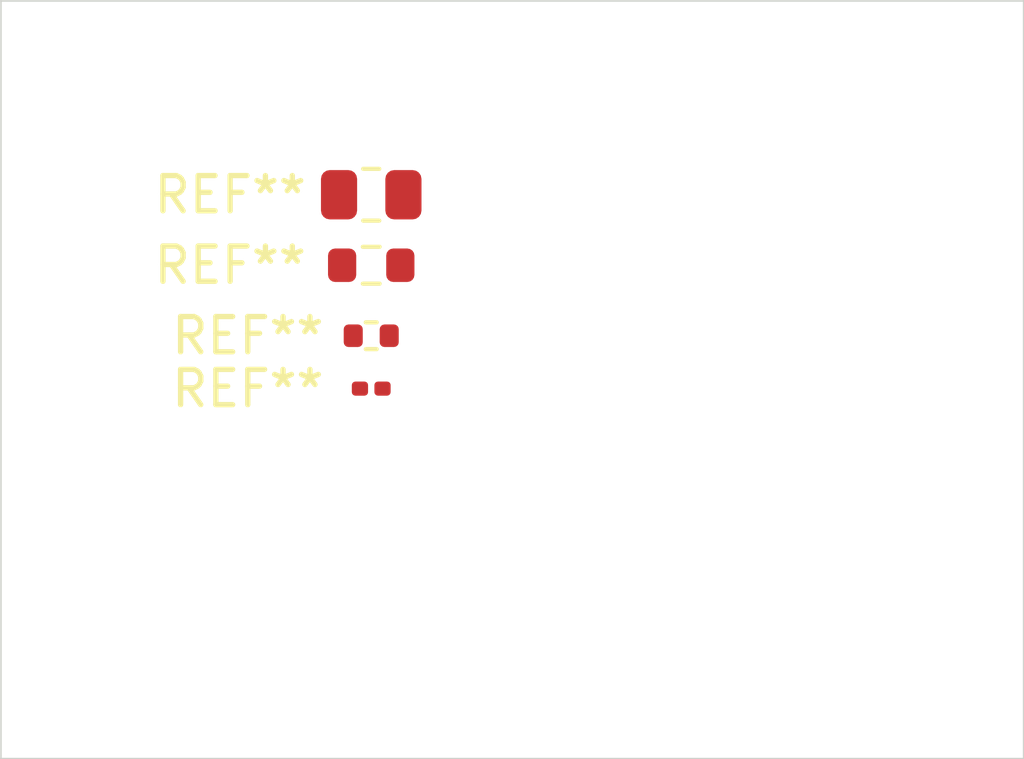
<source format=kicad_pcb>
(kicad_pcb (version 20240108) (generator "pcbnew") (generator_version "8.0")
  (layers (0 "F.Cu" signal) (31 "B.Cu" signal) (34 "B.Paste" user) (35 "F.Paste" user) (36 "B.SilkS" user "B.Silkscreen") (37 "F.SilkS" user "F.Silkscreen") (38 "B.Mask" user) (39 "F.Mask" user) (44 "Edge.Cuts" user))
  (net 0 "")
  (footprint "Resistor_SMD:R_0402_1005Metric" (layer "F.Cu") (at 116 91.5)
    (property "Reference" "REF**" (at -3.5 0 0) (layer "F.SilkS"))
    (property "Value" "R_0402_1005Metric")
    (fp_line (start -0.153641 -0.38) (end 0.153641 -0.38) (stroke (width 0.12)) (layer "F.SilkS"))
    (fp_line (start -0.153641 0.38) (end 0.153641 0.38) (stroke (width 0.12)) (layer "F.SilkS"))
    (pad "1" smd roundrect (at -0.51 0) (size 0.54 0.64) (layers "F.Cu" "F.Paste" "F.Mask"))
    (pad "2" smd roundrect (at 0.51 0) (size 0.54 0.64) (layers "F.Cu" "F.Paste" "F.Mask"))
  )
  (footprint "Resistor_SMD:R_0805_2012Metric" (layer "F.Cu") (at 116 87.5)
    (property "Reference" "REF**" (at -4 0 0) (layer "F.SilkS"))
    (property "Value" "R_0805_2012Metric")
    (fp_line (start -0.227064 -0.735) (end 0.227064 -0.735) (stroke (width 0.12)) (layer "F.SilkS"))
    (fp_line (start -0.227064 0.735) (end 0.227064 0.735) (stroke (width 0.12)) (layer "F.SilkS"))
    (pad "1" smd roundrect (at -0.9125 0) (size 1.025 1.4) (layers "F.Cu" "F.Paste" "F.Mask") (roundrect_rratio 0.243902))
    (pad "2" smd roundrect (at 0.9125 0) (size 1.025 1.4) (layers "F.Cu" "F.Paste" "F.Mask") (roundrect_rratio 0.243902))
  )
  (footprint "Resistor_SMD:R_0201_0603Metric" (layer "F.Cu") (at 116 93)
    (property "Reference" "REF**" (at -3.5 0 0) (layer "F.SilkS"))
    (property "Value" "R_0201_0603Metric")
    (pad "1" smd roundrect (at -0.32 0) (size 0.46 0.4) (layers "F.Cu" "F.Mask"))
    (pad "2" smd roundrect (at 0.32 0) (size 0.46 0.4) (layers "F.Cu" "F.Mask"))
  )
  (footprint "Resistor_SMD:R_0603_1608Metric" (layer "F.Cu") (at 116 89.5)
    (property "Reference" "REF**" (at -4 0 0) (layer "F.SilkS"))
    (property "Value" "R_0603_1608Metric")
    (fp_line (start -0.237258 -0.5225) (end 0.237258 -0.5225) (stroke (width 0.12)) (layer "F.SilkS"))
    (fp_line (start -0.237258 0.5225) (end 0.237258 0.5225) (stroke (width 0.12)) (layer "F.SilkS"))
    (pad "1" smd roundrect (at -0.825 0) (size 0.8 0.95) (layers "F.Cu" "F.Paste" "F.Mask"))
    (pad "2" smd roundrect (at 0.825 0) (size 0.8 0.95) (layers "F.Cu" "F.Paste" "F.Mask"))
  )
  (gr_rect (start 105.5 82) (end 134.5 103.5) (stroke (width 0.05)) (fill none) (layer "Edge.Cuts"))
)
</source>
